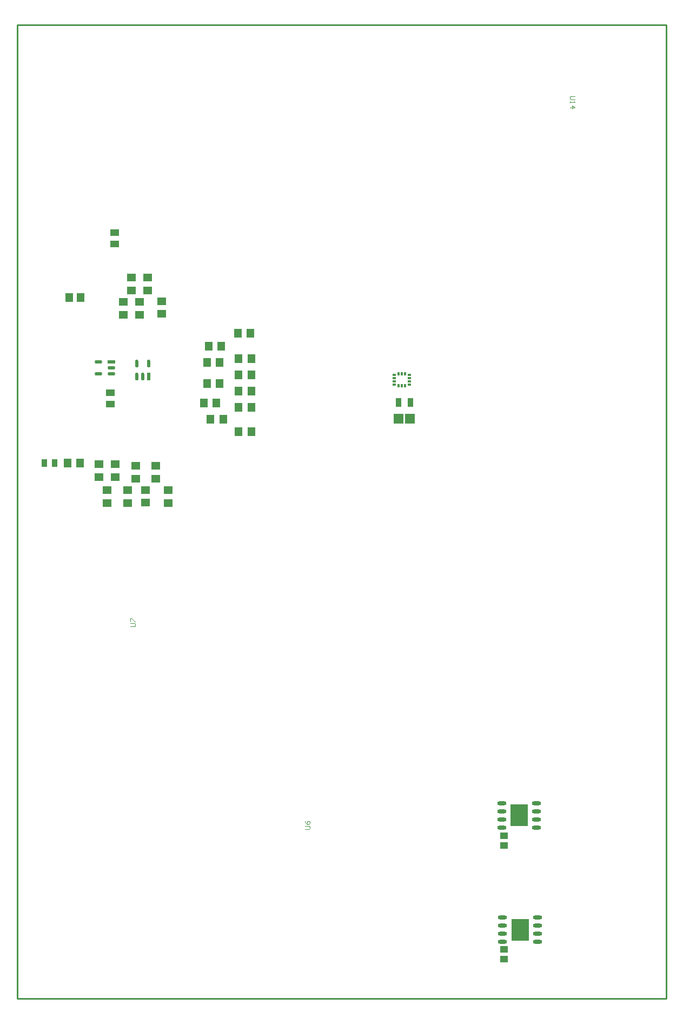
<source format=gbp>
G04*
G04 #@! TF.GenerationSoftware,Altium Limited,Altium Designer,22.6.1 (34)*
G04*
G04 Layer_Color=128*
%FSLAX25Y25*%
%MOIN*%
G70*
G04*
G04 #@! TF.SameCoordinates,7D94B0EB-34EF-48B3-BABB-182D4114F96C*
G04*
G04*
G04 #@! TF.FilePolarity,Positive*
G04*
G01*
G75*
%ADD16C,0.01000*%
%ADD17C,0.00236*%
%ADD37R,0.03740X0.05512*%
%ADD41R,0.05315X0.03937*%
%ADD53R,0.05906X0.06102*%
%ADD117R,0.02095X0.04745*%
G04:AMPARAMS|DCode=118|XSize=47.45mil|YSize=20.95mil|CornerRadius=10.48mil|HoleSize=0mil|Usage=FLASHONLY|Rotation=90.000|XOffset=0mil|YOffset=0mil|HoleType=Round|Shape=RoundedRectangle|*
%AMROUNDEDRECTD118*
21,1,0.04745,0.00000,0,0,90.0*
21,1,0.02650,0.02095,0,0,90.0*
1,1,0.02095,0.00000,0.01325*
1,1,0.02095,0.00000,-0.01325*
1,1,0.02095,0.00000,-0.01325*
1,1,0.02095,0.00000,0.01325*
%
%ADD118ROUNDEDRECTD118*%
%ADD119R,0.04745X0.02095*%
G04:AMPARAMS|DCode=120|XSize=47.45mil|YSize=20.95mil|CornerRadius=10.48mil|HoleSize=0mil|Usage=FLASHONLY|Rotation=180.000|XOffset=0mil|YOffset=0mil|HoleType=Round|Shape=RoundedRectangle|*
%AMROUNDEDRECTD120*
21,1,0.04745,0.00000,0,0,180.0*
21,1,0.02650,0.02095,0,0,180.0*
1,1,0.02095,-0.01325,0.00000*
1,1,0.02095,0.01325,0.00000*
1,1,0.02095,0.01325,0.00000*
1,1,0.02095,-0.01325,0.00000*
%
%ADD120ROUNDEDRECTD120*%
%ADD121R,0.05709X0.04724*%
%ADD122R,0.04528X0.05709*%
%ADD123R,0.04724X0.05709*%
%ADD124R,0.03378X0.04969*%
%ADD125R,0.01378X0.02264*%
%ADD126R,0.02264X0.01378*%
%ADD127O,0.05709X0.02362*%
%ADD128R,0.10669X0.13386*%
%ADD129R,0.04969X0.03955*%
D16*
X100000Y100000D02*
Y700000D01*
X500000D01*
Y100000D02*
Y700000D01*
X100000Y100000D02*
X500000D01*
D17*
X169883Y329614D02*
X172382D01*
X172882Y330114D01*
Y331114D01*
X172382Y331613D01*
X169883D01*
Y332613D02*
Y334613D01*
X170383D01*
X172382Y332613D01*
X172882D01*
X277383Y204614D02*
X279882D01*
X280382Y205114D01*
Y206114D01*
X279882Y206613D01*
X277383D01*
Y209613D02*
X277883Y208613D01*
X278882Y207613D01*
X279882D01*
X280382Y208113D01*
Y209113D01*
X279882Y209613D01*
X279382D01*
X278882Y209113D01*
Y207613D01*
X443720Y656100D02*
X441221D01*
X440722Y655601D01*
Y654601D01*
X441221Y654101D01*
X443720D01*
X440722Y653101D02*
Y652102D01*
Y652601D01*
X443720D01*
X443221Y653101D01*
X440722Y649103D02*
X443720D01*
X442221Y650602D01*
Y648603D01*
D37*
X342500Y467500D02*
D03*
X335216D02*
D03*
D41*
X160000Y572087D02*
D03*
Y565000D02*
D03*
X157500Y473543D02*
D03*
Y466457D02*
D03*
D53*
X335000Y457500D02*
D03*
X342087D02*
D03*
D117*
X181240Y483364D02*
D03*
D118*
X177500D02*
D03*
X173760D02*
D03*
Y491636D02*
D03*
X181240D02*
D03*
D119*
X158272Y492500D02*
D03*
D120*
Y488760D02*
D03*
Y485020D02*
D03*
X150000D02*
D03*
Y492500D02*
D03*
D121*
X189000Y529937D02*
D03*
Y522063D02*
D03*
X165575Y521626D02*
D03*
Y529500D02*
D03*
X175575Y521626D02*
D03*
Y529500D02*
D03*
X180575Y536626D02*
D03*
Y544500D02*
D03*
X155575Y405563D02*
D03*
Y413437D02*
D03*
X160575Y421626D02*
D03*
Y429500D02*
D03*
X179129Y405751D02*
D03*
Y413625D02*
D03*
X193075Y413437D02*
D03*
Y405563D02*
D03*
X150575Y421626D02*
D03*
Y429500D02*
D03*
X185575Y428437D02*
D03*
Y420563D02*
D03*
X173075D02*
D03*
Y428437D02*
D03*
X168075Y405563D02*
D03*
Y413437D02*
D03*
X170575Y544500D02*
D03*
Y536626D02*
D03*
D122*
X139020Y532000D02*
D03*
X132130D02*
D03*
D123*
X218063Y502000D02*
D03*
X225937D02*
D03*
X217063Y492000D02*
D03*
X224937D02*
D03*
Y479000D02*
D03*
X217063D02*
D03*
X222937Y467000D02*
D03*
X215063D02*
D03*
X227012Y457000D02*
D03*
X219138D02*
D03*
X236638Y484500D02*
D03*
X244512D02*
D03*
X236638Y494500D02*
D03*
X244512D02*
D03*
X243937Y510000D02*
D03*
X236063D02*
D03*
X244512Y464500D02*
D03*
X236638D02*
D03*
X244512Y449500D02*
D03*
X236638D02*
D03*
X131063Y430000D02*
D03*
X138937D02*
D03*
X236638Y474500D02*
D03*
X244512D02*
D03*
D124*
X116941Y430000D02*
D03*
X123059D02*
D03*
D125*
X339045Y485108D02*
D03*
X337077D02*
D03*
X335108D02*
D03*
Y477923D02*
D03*
X337077D02*
D03*
X339045D02*
D03*
D126*
X332500Y484469D02*
D03*
Y482500D02*
D03*
Y480532D02*
D03*
Y478563D02*
D03*
X341653D02*
D03*
Y480532D02*
D03*
Y482500D02*
D03*
Y484469D02*
D03*
D127*
X398772Y205500D02*
D03*
Y210500D02*
D03*
Y215500D02*
D03*
Y220500D02*
D03*
X420228Y205500D02*
D03*
Y210500D02*
D03*
Y215500D02*
D03*
Y220500D02*
D03*
X420728Y150000D02*
D03*
Y145000D02*
D03*
Y140000D02*
D03*
Y135000D02*
D03*
X399272Y150000D02*
D03*
Y145000D02*
D03*
Y140000D02*
D03*
Y135000D02*
D03*
D128*
X409500Y213000D02*
D03*
X410000Y142500D02*
D03*
D129*
X400000Y194544D02*
D03*
Y200456D02*
D03*
Y124544D02*
D03*
Y130456D02*
D03*
M02*

</source>
